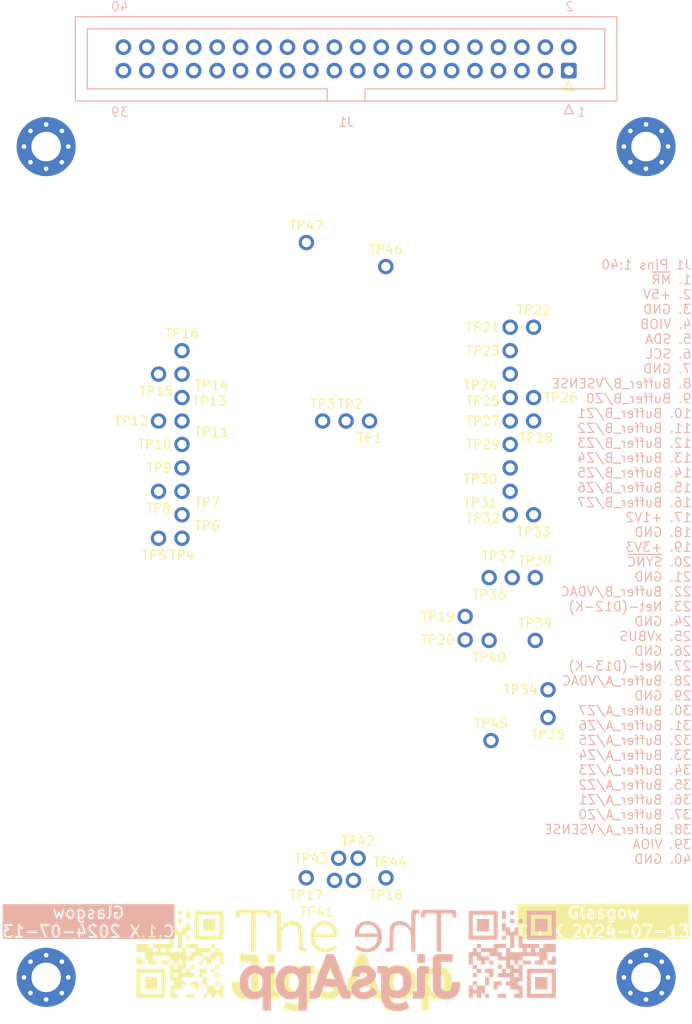
<source format=kicad_pcb>
(kicad_pcb (version 20240108) (generator "pcbnew") (generator_version "8.0")
  (title_block (title "Glasgow") (date "2024-07-13") (rev "C.1.X") (company "Glasgow Embedded"))
  (layers (0 "F.Cu" signal) (31 "B.Cu" signal) (34 "B.Paste" user) (35 "F.Paste" user) (36 "B.SilkS" user "B.Silkscreen") (37 "F.SilkS" user "F.Silkscreen") (38 "B.Mask" user) (39 "F.Mask" user) (44 "Edge.Cuts" user))
  (net 0 "")
  (net 1 "+1V2")
  (net 2 "+3V3")
  (net 3 "+5V")
  (net 4 "Buffer_A/VDAC")
  (net 5 "Buffer_A/VSENSE")
  (net 6 "Buffer_A/Z0")
  (net 7 "Buffer_A/Z1")
  (net 8 "Buffer_A/Z2")
  (net 9 "Buffer_A/Z3")
  (net 10 "Buffer_A/Z4")
  (net 11 "Buffer_A/Z5")
  (net 12 "Buffer_A/Z6")
  (net 13 "Buffer_A/Z7")
  (net 14 "Buffer_B/VDAC")
  (net 15 "Buffer_B/VSENSE")
  (net 16 "Buffer_B/Z0")
  (net 17 "Buffer_B/Z1")
  (net 18 "Buffer_B/Z2")
  (net 19 "Buffer_B/Z3")
  (net 20 "Buffer_B/Z4")
  (net 21 "Buffer_B/Z5")
  (net 22 "Buffer_B/Z6")
  (net 23 "Buffer_B/Z7")
  (net 24 "GND")
  (net 25 "Net-(D12-K)")
  (net 26 "Net-(D13-K)")
  (net 27 "SCL")
  (net 28 "SDA")
  (net 29 "USB_N")
  (net 30 "USB_P")
  (net 31 "VIOA")
  (net 32 "VIOB")
  (net 33 "xVBUS")
  (net 34 "~{MR}")
  (net 35 "~{SYNC}")
  (footprint "TJA-Parts:R100-2W" (layer "F.Cu") (at 167.78 79.65)
    (property "Reference" "TP24" (at -3.212334 1.2065 0) (layer "F.SilkS"))
    (property "Value" "TP24")
    (pad "1" thru_hole circle (at 0 0) (size 1.67 1.67) (drill 1) (layers "*.Cu" "*.Mask") (net 17 "Buffer_B/Z1"))
  )
  (footprint "TJA-Parts:R100-2W" (layer "F.Cu") (at 171.88 113.85)
    (property "Reference" "TP34" (at -2.958334 0 0) (layer "F.SilkS"))
    (property "Value" "TP34")
    (pad "1" thru_hole circle (at 0 0) (size 1.67 1.67) (drill 1) (layers "*.Cu" "*.Mask") (net 24 "GND"))
  )
  (footprint "TJA-Parts:R100-2W" (layer "F.Cu") (at 167.78 92.35)
    (property "Reference" "TP31" (at -3.212334 1.2065 0) (layer "F.SilkS"))
    (property "Value" "TP31")
    (pad "1" thru_hole circle (at 0 0) (size 1.67 1.67) (drill 1) (layers "*.Cu" "*.Mask") (net 22 "Buffer_B/Z6"))
  )
  (footprint "tmpb78doxsu" (layer "F.Cu") (at 132 142.5)
    (property "Reference" "QR1" (hide yes))
    (property "Value" "QR" (hide yes))
  )
  (footprint "Mechanical:MountingHole_3.2mm_M3_Pad_Via_Paste" (layer "F.Cu") (at 117.5 55)
    (property "Reference" "MH1")
    (property "Value" "M3")
    (pad "1" thru_hole circle (at -2.4 0) (size 0.8 0.8) (drill 0.5) (layers "*.Cu" "*.Mask") (net 24 "GND"))
    (pad "1" thru_hole circle (at -1.697056 -1.697056) (size 0.8 0.8) (drill 0.5) (layers "*.Cu" "*.Mask") (net 24 "GND"))
    (pad "1" thru_hole circle (at -1.697056 1.697056) (size 0.8 0.8) (drill 0.5) (layers "*.Cu" "*.Mask") (net 24 "GND"))
    (pad "1" thru_hole circle (at 0 -2.4) (size 0.8 0.8) (drill 0.5) (layers "*.Cu" "*.Mask") (net 24 "GND"))
    (pad "1" thru_hole circle (at 0 0) (size 6.4 6.4) (drill 3.2) (layers "*.Cu" "*.Mask") (net 24 "GND"))
    (pad "1" thru_hole circle (at 0 2.4) (size 0.8 0.8) (drill 0.5) (layers "*.Cu" "*.Mask") (net 24 "GND"))
    (pad "1" thru_hole circle (at 1.697056 -1.697056) (size 0.8 0.8) (drill 0.5) (layers "*.Cu" "*.Mask") (net 24 "GND"))
    (pad "1" thru_hole circle (at 1.697056 1.697056) (size 0.8 0.8) (drill 0.5) (layers "*.Cu" "*.Mask") (net 24 "GND"))
    (pad "1" thru_hole circle (at 2.4 0) (size 0.8 0.8) (drill 0.5) (layers "*.Cu" "*.Mask") (net 24 "GND"))
  )
  (footprint "TJA-Parts:R100-2W" (layer "F.Cu") (at 129.68 84.73)
    (property "Reference" "TP12" (at -2.958334 0 0) (layer "F.SilkS"))
    (property "Value" "TP12")
    (pad "1" thru_hole circle (at 0 0) (size 1.67 1.67) (drill 1) (layers "*.Cu" "*.Mask") (net 24 "GND"))
  )
  (footprint "TJA-Parts:R100-2W" (layer "F.Cu") (at 147.46 84.729999)
    (property "Reference" "TP3" (at 0 -1.84825 0) (layer "F.SilkS"))
    (property "Value" "TP3")
    (pad "1" thru_hole circle (at 0 0) (size 1.67 1.67) (drill 1) (layers "*.Cu" "*.Mask") (net 26 "Net-(D13-K)"))
  )
  (footprint "TJA-Parts:R100-2W" (layer "F.Cu") (at 132.22 94.89)
    (property "Reference" "TP6" (at 2.736143 1.2065 0) (layer "F.SilkS"))
    (property "Value" "TP6")
    (pad "1" thru_hole circle (at 0 0) (size 1.67 1.67) (drill 1) (layers "*.Cu" "*.Mask") (net 6 "Buffer_A/Z0"))
  )
  (footprint "TJA-Parts:R100-2W" (layer "F.Cu") (at 162.9 105.899999)
    (property "Reference" "TP19" (at -2.958334 0 0) (layer "F.SilkS"))
    (property "Value" "TP19")
    (pad "1" thru_hole circle (at 0 0) (size 1.67 1.67) (drill 1) (layers "*.Cu" "*.Mask") (net 24 "GND"))
  )
  (footprint "TJA-Parts:R100-2W" (layer "F.Cu") (at 162.9 108.44)
    (property "Reference" "TP20" (at -2.958334 0 0) (layer "F.SilkS"))
    (property "Value" "TP20")
    (pad "1" thru_hole circle (at 0 0) (size 1.67 1.67) (drill 1) (layers "*.Cu" "*.Mask") (net 35 "~{SYNC}"))
  )
  (footprint "TJA-Parts:R100-2W" (layer "F.Cu") (at 151.3 132.1)
    (property "Reference" "TP42" (at 0 -1.84825 0) (layer "F.SilkS"))
    (property "Value" "TP42")
    (pad "1" thru_hole circle (at 0 0) (size 1.67 1.67) (drill 1) (layers "*.Cu" "*.Mask") (net 24 "GND"))
  )
  (footprint "TJA-Parts:R100-2W" (layer "F.Cu") (at 129.68 97.43)
    (property "Reference" "TP5" (at -0.4445 1.84825 0) (layer "F.SilkS"))
    (property "Value" "TP5")
    (pad "1" thru_hole circle (at 0 0) (size 1.67 1.67) (drill 1) (layers "*.Cu" "*.Mask") (net 31 "VIOA"))
  )
  (footprint "TJA-Parts:R100-2W" (layer "F.Cu") (at 132.22 79.65)
    (property "Reference" "TP14" (at 3.212333 1.2065 0) (layer "F.SilkS"))
    (property "Value" "TP14")
    (pad "1" thru_hole circle (at 0 0) (size 1.67 1.67) (drill 1) (layers "*.Cu" "*.Mask") (net 12 "Buffer_A/Z6"))
  )
  (footprint "TJA-Parts:R100-2W" (layer "F.Cu") (at 150 84.729999)
    (property "Reference" "TP2" (at 0.4445 -1.84825 0) (layer "F.SilkS"))
    (property "Value" "TP2")
    (pad "1" thru_hole circle (at 0 0) (size 1.67 1.67) (drill 1) (layers "*.Cu" "*.Mask") (net 25 "Net-(D12-K)"))
  )
  (footprint "TJA-Parts:R100-2W" (layer "F.Cu") (at 129.68 79.65)
    (property "Reference" "TP15" (at -0.254 1.84825 0) (layer "F.SilkS"))
    (property "Value" "TP15")
    (pad "1" thru_hole circle (at 0 0) (size 1.67 1.67) (drill 1) (layers "*.Cu" "*.Mask") (net 24 "GND"))
  )
  (footprint "TJA-SS-24x11" (layer "F.Cu") (at 150 142.5)
    (property "Reference" "LOGO2" (hide yes))
    (property "Value" "LOGO" (hide yes))
  )
  (footprint "TJA-Parts:R100-2W" (layer "F.Cu") (at 170.32 74.57)
    (property "Reference" "TP22" (at 0 -1.84825 0) (layer "F.SilkS"))
    (property "Value" "TP22")
    (pad "1" thru_hole circle (at 0 0) (size 1.67 1.67) (drill 1) (layers "*.Cu" "*.Mask") (net 32 "VIOB"))
  )
  (footprint "TJA-Parts:R100-2W" (layer "F.Cu") (at 132.22 92.35)
    (property "Reference" "TP7" (at 2.736143 1.2065 0) (layer "F.SilkS"))
    (property "Value" "TP7")
    (pad "1" thru_hole circle (at 0 0) (size 1.67 1.67) (drill 1) (layers "*.Cu" "*.Mask") (net 7 "Buffer_A/Z1"))
  )
  (footprint "TJA-Parts:R100-2W" (layer "F.Cu") (at 132.22 77.11)
    (property "Reference" "TP16" (at 0 -1.84825 0) (layer "F.SilkS"))
    (property "Value" "TP16")
    (pad "1" thru_hole circle (at 0 0) (size 1.67 1.67) (drill 1) (layers "*.Cu" "*.Mask") (net 13 "Buffer_A/Z7"))
  )
  (footprint "TJA-Parts:R100-2W" (layer "F.Cu") (at 167.78 82.19)
    (property "Reference" "TP25" (at -2.958334 0.381 0) (layer "F.SilkS"))
    (property "Value" "TP25")
    (pad "1" thru_hole circle (at 0 0) (size 1.67 1.67) (drill 1) (layers "*.Cu" "*.Mask") (net 18 "Buffer_B/Z2"))
  )
  (footprint "TJA-Parts:R100-2W" (layer "F.Cu") (at 132.22 84.73)
    (property "Reference" "TP11" (at 3.212333 1.2065 0) (layer "F.SilkS"))
    (property "Value" "TP11")
    (pad "1" thru_hole circle (at 0 0) (size 1.67 1.67) (drill 1) (layers "*.Cu" "*.Mask") (net 10 "Buffer_A/Z4"))
  )
  (footprint "TJA-Parts:R100-2W" (layer "F.Cu") (at 132.22 97.43)
    (property "Reference" "TP4" (at 0 1.84825 0) (layer "F.SilkS"))
    (property "Value" "TP4")
    (pad "1" thru_hole circle (at 0 0) (size 1.67 1.67) (drill 1) (layers "*.Cu" "*.Mask") (net 5 "Buffer_A/VSENSE"))
  )
  (footprint "Mechanical:MountingHole_3.2mm_M3_Pad_Via_Paste" (layer "F.Cu") (at 117.5 145)
    (property "Reference" "MH3")
    (property "Value" "M3")
    (pad "1" thru_hole circle (at -2.4 0) (size 0.8 0.8) (drill 0.5) (layers "*.Cu" "*.Mask") (net 24 "GND"))
    (pad "1" thru_hole circle (at -1.697056 -1.697056) (size 0.8 0.8) (drill 0.5) (layers "*.Cu" "*.Mask") (net 24 "GND"))
    (pad "1" thru_hole circle (at -1.697056 1.697056) (size 0.8 0.8) (drill 0.5) (layers "*.Cu" "*.Mask") (net 24 "GND"))
    (pad "1" thru_hole circle (at 0 -2.4) (size 0.8 0.8) (drill 0.5) (layers "*.Cu" "*.Mask") (net 24 "GND"))
    (pad "1" thru_hole circle (at 0 0) (size 6.4 6.4) (drill 3.2) (layers "*.Cu" "*.Mask") (net 24 "GND"))
    (pad "1" thru_hole circle (at 0 2.4) (size 0.8 0.8) (drill 0.5) (layers "*.Cu" "*.Mask") (net 24 "GND"))
    (pad "1" thru_hole circle (at 1.697056 -1.697056) (size 0.8 0.8) (drill 0.5) (layers "*.Cu" "*.Mask") (net 24 "GND"))
    (pad "1" thru_hole circle (at 1.697056 1.697056) (size 0.8 0.8) (drill 0.5) (layers "*.Cu" "*.Mask") (net 24 "GND"))
    (pad "1" thru_hole circle (at 2.4 0) (size 0.8 0.8) (drill 0.5) (layers "*.Cu" "*.Mask") (net 24 "GND"))
  )
  (footprint "TJA-Parts:R100-2W" (layer "F.Cu") (at 167.78 94.89)
    (property "Reference" "TP32" (at -2.958334 0.381 0) (layer "F.SilkS"))
    (property "Value" "TP32")
    (pad "1" thru_hole circle (at 0 0) (size 1.67 1.67) (drill 1) (layers "*.Cu" "*.Mask") (net 23 "Buffer_B/Z7"))
  )
  (footprint "TJA-Parts:R100-2W" (layer "F.Cu") (at 132.22 87.27)
    (property "Reference" "TP10" (at -2.958334 0 0) (layer "F.SilkS"))
    (property "Value" "TP10")
    (pad "1" thru_hole circle (at 0 0) (size 1.67 1.67) (drill 1) (layers "*.Cu" "*.Mask") (net 9 "Buffer_A/Z3"))
  )
  (footprint "TJA-Parts:R100-2W" (layer "F.Cu") (at 149.2 132.1)
    (property "Reference" "TP43" (at -2.958334 0 0) (layer "F.SilkS"))
    (property "Value" "TP43")
    (pad "1" thru_hole circle (at 0 0) (size 1.67 1.67) (drill 1) (layers "*.Cu" "*.Mask") (net 29 "USB_N"))
  )
  (footprint "TJA-Parts:R100-2W" (layer "F.Cu") (at 170.5 101.7)
    (property "Reference" "TP38" (at 0 -1.84825 0) (layer "F.SilkS"))
    (property "Value" "TP38")
    (pad "1" thru_hole circle (at 0 0) (size 1.67 1.67) (drill 1) (layers "*.Cu" "*.Mask") (net 28 "SDA"))
  )
  (footprint "TJA-Parts:R100-2W" (layer "F.Cu") (at 168 101.7)
    (property "Reference" "TP37" (at -1.4605 -2.35625 0) (layer "F.SilkS"))
    (property "Value" "TP37")
    (pad "1" thru_hole circle (at 0 0) (size 1.67 1.67) (drill 1) (layers "*.Cu" "*.Mask") (net 27 "SCL"))
  )
  (footprint "TJA-Parts:R100-2W" (layer "F.Cu") (at 129.68 92.35)
    (property "Reference" "TP8" (at 0 1.84825 0) (layer "F.SilkS"))
    (property "Value" "TP8")
    (pad "1" thru_hole circle (at 0 0) (size 1.67 1.67) (drill 1) (layers "*.Cu" "*.Mask") (net 24 "GND"))
  )
  (footprint "TJA-Parts:R100-2W" (layer "F.Cu") (at 148.75 134.5)
    (property "Reference" "TP41" (at -1.905 3.43575 0) (layer "F.SilkS"))
    (property "Value" "TP41")
    (pad "1" thru_hole circle (at 0 0) (size 1.67 1.67) (drill 1) (layers "*.Cu" "*.Mask") (net 33 "xVBUS"))
  )
  (footprint "TJA-Parts:R100-2W" (layer "F.Cu") (at 167.78 89.81)
    (property "Reference" "TP30" (at -3.212334 1.2065 0) (layer "F.SilkS"))
    (property "Value" "TP30")
    (pad "1" thru_hole circle (at 0 0) (size 1.67 1.67) (drill 1) (layers "*.Cu" "*.Mask") (net 21 "Buffer_B/Z5"))
  )
  (footprint "TJA-Parts:R100-2W" (layer "F.Cu") (at 170.32 94.89)
    (property "Reference" "TP33" (at 0 1.84825 0) (layer "F.SilkS"))
    (property "Value" "TP33")
    (pad "1" thru_hole circle (at 0 0) (size 1.67 1.67) (drill 1) (layers "*.Cu" "*.Mask") (net 24 "GND"))
  )
  (footprint "TJA-Parts:R100-2W" (layer "F.Cu") (at 132.22 89.81)
    (property "Reference" "TP9" (at -2.482143 0 0) (layer "F.SilkS"))
    (property "Value" "TP9")
    (pad "1" thru_hole circle (at 0 0) (size 1.67 1.67) (drill 1) (layers "*.Cu" "*.Mask") (net 8 "Buffer_A/Z2"))
  )
  (footprint "TJA-Parts:R100-2W" (layer "F.Cu") (at 167.78 84.729999)
    (property "Reference" "TP27" (at -2.958334 0 0) (layer "F.SilkS"))
    (property "Value" "TP27")
    (pad "1" thru_hole circle (at 0 0) (size 1.67 1.67) (drill 1) (layers "*.Cu" "*.Mask") (net 19 "Buffer_B/Z3"))
  )
  (footprint "TJA-Parts:R100-2W" (layer "F.Cu") (at 145.68 134.22)
    (property "Reference" "TP17" (at 0 1.84825 0) (layer "F.SilkS"))
    (property "Value" "TP17")
    (pad "1" thru_hole circle (at 0 0) (size 1.67 1.67) (drill 1) (layers "*.Cu" "*.Mask") (net 24 "GND"))
  )
  (footprint "TJA-Parts:R100-2W" (layer "F.Cu") (at 150.8 134.5)
    (property "Reference" "TP44" (at 3.974333 -1.9685 0) (layer "F.SilkS"))
    (property "Value" "TP44")
    (pad "1" thru_hole circle (at 0 0) (size 1.67 1.67) (drill 1) (layers "*.Cu" "*.Mask") (net 30 "USB_P"))
  )
  (footprint "TJA-Parts:R100-2W" (layer "F.Cu") (at 165.5 101.7)
    (property "Reference" "TP36" (at 0 1.84825 0) (layer "F.SilkS"))
    (property "Value" "TP36")
    (pad "1" thru_hole circle (at 0 0) (size 1.67 1.67) (drill 1) (layers "*.Cu" "*.Mask") (net 24 "GND"))
  )
  (footprint "TJA-Parts:R100-2W" (layer "F.Cu") (at 152.54 84.729999)
    (property "Reference" "TP1" (at 0 1.84825 0) (layer "F.SilkS"))
    (property "Value" "TP1")
    (pad "1" thru_hole circle (at 0 0) (size 1.67 1.67) (drill 1) (layers "*.Cu" "*.Mask") (net 24 "GND"))
  )
  (footprint "TJA-Parts:R100-2W" (layer "F.Cu") (at 132.22 82.19)
    (property "Reference" "TP13" (at 2.958333 0.381 0) (layer "F.SilkS"))
    (property "Value" "TP13")
    (pad "1" thru_hole circle (at 0 0) (size 1.67 1.67) (drill 1) (layers "*.Cu" "*.Mask") (net 11 "Buffer_A/Z5"))
  )
  (footprint "TJA-Parts:R100-2W" (layer "F.Cu") (at 170.32 82.19)
    (property "Reference" "TP26" (at 2.958333 0 0) (layer "F.SilkS"))
    (property "Value" "TP26")
    (pad "1" thru_hole circle (at 0 0) (size 1.67 1.67) (drill 1) (layers "*.Cu" "*.Mask") (net 24 "GND"))
  )
  (footprint "TJA-Parts:R100-2W" (layer "F.Cu") (at 170.5 108.5)
    (property "Reference" "TP39" (at 0 -1.84825 0) (layer "F.SilkS"))
    (property "Value" "TP39")
    (pad "1" thru_hole circle (at 0 0) (size 1.67 1.67) (drill 1) (layers "*.Cu" "*.Mask") (net 3 "+5V"))
  )
  (footprint "tmp9db8qn8v" (layer "F.Cu") (at 150 95)
    (property "Reference" "BOARD" (hide yes))
    (property "Value" "BOARD" (hide yes))
    (fp_line (start -37.5 -55) (end -37.5 55) (stroke (width 0.00001)) (layer "Edge.Cuts"))
    (fp_line (start -37.5 55) (end 37.5 55) (stroke (width 0.00001)) (layer "Edge.Cuts"))
    (fp_line (start 37.5 -55) (end -37.5 -55) (stroke (width 0.00001)) (layer "Edge.Cuts"))
    (fp_line (start 37.5 55) (end 37.5 -55) (stroke (width 0.00001)) (layer "Edge.Cuts"))
  )
  (footprint "TJA-Parts:R100-2W" (layer "F.Cu") (at 171.88 116.85)
    (property "Reference" "TP35" (at 0 1.84825 0) (layer "F.SilkS"))
    (property "Value" "TP35")
    (pad "1" thru_hole circle (at 0 0) (size 1.67 1.67) (drill 1) (layers "*.Cu" "*.Mask") (net 34 "~{MR}"))
  )
  (footprint "TJA-Parts:R100-2W" (layer "F.Cu") (at 154.32 134.22)
    (property "Reference" "TP18" (at 0 1.84825 0) (layer "F.SilkS"))
    (property "Value" "TP18")
    (pad "1" thru_hole circle (at 0 0) (size 1.67 1.67) (drill 1) (layers "*.Cu" "*.Mask") (net 24 "GND"))
  )
  (footprint "Mechanical:MountingHole_3.2mm_M3_Pad_Via_Paste" (layer "F.Cu") (at 182.5 145)
    (property "Reference" "MH4")
    (property "Value" "M3")
    (pad "1" thru_hole circle (at -2.4 0) (size 0.8 0.8) (drill 0.5) (layers "*.Cu" "*.Mask") (net 24 "GND"))
    (pad "1" thru_hole circle (at -1.697056 -1.697056) (size 0.8 0.8) (drill 0.5) (layers "*.Cu" "*.Mask") (net 24 "GND"))
    (pad "1" thru_hole circle (at -1.697056 1.697056) (size 0.8 0.8) (drill 0.5) (layers "*.Cu" "*.Mask") (net 24 "GND"))
    (pad "1" thru_hole circle (at 0 -2.4) (size 0.8 0.8) (drill 0.5) (layers "*.Cu" "*.Mask") (net 24 "GND"))
    (pad "1" thru_hole circle (at 0 0) (size 6.4 6.4) (drill 3.2) (layers "*.Cu" "*.Mask") (net 24 "GND"))
    (pad "1" thru_hole circle (at 0 2.4) (size 0.8 0.8) (drill 0.5) (layers "*.Cu" "*.Mask") (net 24 "GND"))
    (pad "1" thru_hole circle (at 1.697056 -1.697056) (size 0.8 0.8) (drill 0.5) (layers "*.Cu" "*.Mask") (net 24 "GND"))
    (pad "1" thru_hole circle (at 1.697056 1.697056) (size 0.8 0.8) (drill 0.5) (layers "*.Cu" "*.Mask") (net 24 "GND"))
    (pad "1" thru_hole circle (at 2.4 0) (size 0.8 0.8) (drill 0.5) (layers "*.Cu" "*.Mask") (net 24 "GND"))
  )
  (footprint "TJA-Parts:R100-2W" (layer "F.Cu") (at 167.78 74.57)
    (property "Reference" "TP21" (at -2.958334 0 0) (layer "F.SilkS"))
    (property "Value" "TP21")
    (pad "1" thru_hole circle (at 0 0) (size 1.67 1.67) (drill 1) (layers "*.Cu" "*.Mask") (net 15 "Buffer_B/VSENSE"))
  )
  (footprint "TJA-Parts:R100-2W" (layer "F.Cu") (at 154.3 68)
    (property "Reference" "TP46" (at 0 -1.84825 0) (layer "F.SilkS"))
    (property "Value" "TP46")
    (pad "1" thru_hole circle (at 0 0) (size 1.67 1.67) (drill 1) (layers "*.Cu" "*.Mask") (net 14 "Buffer_B/VDAC"))
  )
  (footprint "TJA-Parts:R100-2W" (layer "F.Cu") (at 167.78 87.27)
    (property "Reference" "TP29" (at -2.958334 0 0) (layer "F.SilkS"))
    (property "Value" "TP29")
    (pad "1" thru_hole circle (at 0 0) (size 1.67 1.67) (drill 1) (layers "*.Cu" "*.Mask") (net 20 "Buffer_B/Z4"))
  )
  (footprint "TJA-Parts:R100-2W" (layer "F.Cu") (at 170.32 84.729999)
    (property "Reference" "TP28" (at 0.254 1.84825 0) (layer "F.SilkS"))
    (property "Value" "TP28")
    (pad "1" thru_hole circle (at 0 0) (size 1.67 1.67) (drill 1) (layers "*.Cu" "*.Mask") (net 24 "GND"))
  )
  (footprint "TJA-Parts:R100-2W" (layer "F.Cu") (at 165.7 119.35)
    (property "Reference" "TP45" (at 0 -1.84825 0) (layer "F.SilkS"))
    (property "Value" "TP45")
    (pad "1" thru_hole circle (at 0 0) (size 1.67 1.67) (drill 1) (layers "*.Cu" "*.Mask") (net 1 "+1V2"))
  )
  (footprint "Mechanical:MountingHole_3.2mm_M3_Pad_Via_Paste" (layer "F.Cu") (at 182.5 55)
    (property "Reference" "MH2")
    (property "Value" "M3")
    (pad "1" thru_hole circle (at -2.4 0) (size 0.8 0.8) (drill 0.5) (layers "*.Cu" "*.Mask") (net 24 "GND"))
    (pad "1" thru_hole circle (at -1.697056 -1.697056) (size 0.8 0.8) (drill 0.5) (layers "*.Cu" "*.Mask") (net 24 "GND"))
    (pad "1" thru_hole circle (at -1.697056 1.697056) (size 0.8 0.8) (drill 0.5) (layers "*.Cu" "*.Mask") (net 24 "GND"))
    (pad "1" thru_hole circle (at 0 -2.4) (size 0.8 0.8) (drill 0.5) (layers "*.Cu" "*.Mask") (net 24 "GND"))
    (pad "1" thru_hole circle (at 0 0) (size 6.4 6.4) (drill 3.2) (layers "*.Cu" "*.Mask") (net 24 "GND"))
    (pad "1" thru_hole circle (at 0 2.4) (size 0.8 0.8) (drill 0.5) (layers "*.Cu" "*.Mask") (net 24 "GND"))
    (pad "1" thru_hole circle (at 1.697056 -1.697056) (size 0.8 0.8) (drill 0.5) (layers "*.Cu" "*.Mask") (net 24 "GND"))
    (pad "1" thru_hole circle (at 1.697056 1.697056) (size 0.8 0.8) (drill 0.5) (layers "*.Cu" "*.Mask") (net 24 "GND"))
    (pad "1" thru_hole circle (at 2.4 0) (size 0.8 0.8) (drill 0.5) (layers "*.Cu" "*.Mask") (net 24 "GND"))
  )
  (footprint "TJA-Parts:R100-2W" (layer "F.Cu") (at 167.78 77.11)
    (property "Reference" "TP23" (at -2.958334 0 0) (layer "F.SilkS"))
    (property "Value" "TP23")
    (pad "1" thru_hole circle (at 0 0) (size 1.67 1.67) (drill 1) (layers "*.Cu" "*.Mask") (net 16 "Buffer_B/Z0"))
  )
  (footprint "TJA-Parts:R100-2W" (layer "F.Cu") (at 165.5 108.5)
    (property "Reference" "TP40" (at 0 1.84825 0) (layer "F.SilkS"))
    (property "Value" "TP40")
    (pad "1" thru_hole circle (at 0 0) (size 1.67 1.67) (drill 1) (layers "*.Cu" "*.Mask") (net 2 "+3V3"))
  )
  (footprint "TJA-Parts:R100-2W" (layer "F.Cu") (at 145.7 65.4)
    (property "Reference" "TP47" (at 0 -1.84825 0) (layer "F.SilkS"))
    (property "Value" "TP47")
    (pad "1" thru_hole circle (at 0 0) (size 1.67 1.67) (drill 1) (layers "*.Cu" "*.Mask") (net 4 "Buffer_A/VDAC"))
  )
  (footprint "TJA-Connectors:IDC-Header_2x20_P2.54mm_Vertical" (layer "B.Cu") (at 150 45.5 180)
    (property "Reference" "J1" (at 0 -6.85825 180) (layer "B.SilkS") (effects (justify mirror)))
    (property "Value" "Connector")
    (fp_text user "39" (at 23.495 -6.35 0) (layer "B.SilkS") (effects (font (thickness 0.1)) (justify left bottom mirror)))
    (fp_text user "40" (at 23.495 5.08 0) (layer "B.SilkS") (effects (font (thickness 0.1)) (justify left bottom mirror)))
    (fp_text user "1" (at -26.035 -6.35 0) (layer "B.SilkS") (effects (font (thickness 0.1)) (justify left bottom mirror)))
    (fp_text user "2" (at -24.765 5.08 0) (layer "B.SilkS") (effects (font (thickness 0.1)) (justify left bottom mirror)))
    (pad "1" thru_hole roundrect (at -24.13 -1.27 90) (size 1.7 1.7) (drill 1) (layers "*.Cu" "*.Mask") (roundrect_rratio 0.147059) (net 34 "~{MR}"))
    (pad "2" thru_hole circle (at -24.13 1.27 90) (size 1.7 1.7) (drill 1) (layers "*.Cu" "*.Mask") (net 3 "+5V"))
    (pad "3" thru_hole circle (at -21.59 -1.27 90) (size 1.7 1.7) (drill 1) (layers "*.Cu" "*.Mask") (net 24 "GND"))
    (pad "4" thru_hole circle (at -21.59 1.27 90) (size 1.7 1.7) (drill 1) (layers "*.Cu" "*.Mask") (net 32 "VIOB"))
    (pad "5" thru_hole circle (at -19.05 -1.27 90) (size 1.7 1.7) (drill 1) (layers "*.Cu" "*.Mask") (net 28 "SDA"))
    (pad "6" thru_hole circle (at -19.05 1.27 90) (size 1.7 1.7) (drill 1) (layers "*.Cu" "*.Mask") (net 27 "SCL"))
    (pad "7" thru_hole circle (at -16.51 -1.27 90) (size 1.7 1.7) (drill 1) (layers "*.Cu" "*.Mask") (net 24 "GND"))
    (pad "8" thru_hole circle (at -16.51 1.27 90) (size 1.7 1.7) (drill 1) (layers "*.Cu" "*.Mask") (net 15 "Buffer_B/VSENSE"))
    (pad "9" thru_hole circle (at -13.97 -1.27 90) (size 1.7 1.7) (drill 1) (layers "*.Cu" "*.Mask") (net 16 "Buffer_B/Z0"))
    (pad "10" thru_hole circle (at -13.97 1.27 90) (size 1.7 1.7) (drill 1) (layers "*.Cu" "*.Mask") (net 17 "Buffer_B/Z1"))
    (pad "11" thru_hole circle (at -11.43 -1.27 90) (size 1.7 1.7) (drill 1) (layers "*.Cu" "*.Mask") (net 18 "Buffer_B/Z2"))
    (pad "12" thru_hole circle (at -11.43 1.27 90) (size 1.7 1.7) (drill 1) (layers "*.Cu" "*.Mask") (net 19 "Buffer_B/Z3"))
    (pad "13" thru_hole circle (at -8.89 -1.27 90) (size 1.7 1.7) (drill 1) (layers "*.Cu" "*.Mask") (net 20 "Buffer_B/Z4"))
    (pad "14" thru_hole circle (at -8.89 1.27 90) (size 1.7 1.7) (drill 1) (layers "*.Cu" "*.Mask") (net 21 "Buffer_B/Z5"))
    (pad "15" thru_hole circle (at -6.35 -1.27 90) (size 1.7 1.7) (drill 1) (layers "*.Cu" "*.Mask") (net 22 "Buffer_B/Z6"))
    (pad "16" thru_hole circle (at -6.35 1.27 90) (size 1.7 1.7) (drill 1) (layers "*.Cu" "*.Mask") (net 23 "Buffer_B/Z7"))
    (pad "17" thru_hole circle (at -3.81 -1.27 90) (size 1.7 1.7) (drill 1) (layers "*.Cu" "*.Mask") (net 1 "+1V2"))
    (pad "18" thru_hole circle (at -3.81 1.27 90) (size 1.7 1.7) (drill 1) (layers "*.Cu" "*.Mask") (net 24 "GND"))
    (pad "19" thru_hole circle (at -1.27 -1.27 90) (size 1.7 1.7) (drill 1) (layers "*.Cu" "*.Mask") (net 2 "+3V3"))
    (pad "20" thru_hole circle (at -1.27 1.27 90) (size 1.7 1.7) (drill 1) (layers "*.Cu" "*.Mask") (net 35 "~{SYNC}"))
    (pad "21" thru_hole circle (at 1.27 -1.27 90) (size 1.7 1.7) (drill 1) (layers "*.Cu" "*.Mask") (net 24 "GND"))
    (pad "22" thru_hole circle (at 1.27 1.27 90) (size 1.7 1.7) (drill 1) (layers "*.Cu" "*.Mask") (net 14 "Buffer_B/VDAC"))
    (pad "23" thru_hole circle (at 3.81 -1.27 90) (size 1.7 1.7) (drill 1) (layers "*.Cu" "*.Mask") (net 25 "Net-(D12-K)"))
    (pad "24" thru_hole circle (at 3.81 1.27 90) (size 1.7 1.7) (drill 1) (layers "*.Cu" "*.Mask") (net 24 "GND"))
    (pad "25" thru_hole circle (at 6.35 -1.27 90) (size 1.7 1.7) (drill 1) (layers "*.Cu" "*.Mask") (net 33 "xVBUS"))
    (pad "26" thru_hole circle (at 6.35 1.27 90) (size 1.7 1.7) (drill 1) (layers "*.Cu" "*.Mask") (net 24 "GND"))
    (pad "27" thru_hole circle (at 8.89 -1.27 90) (size 1.7 1.7) (drill 1) (layers "*.Cu" "*.Mask") (net 26 "Net-(D13-K)"))
    (pad "28" thru_hole circle (at 8.89 1.27 90) (size 1.7 1.7) (drill 1) (layers "*.Cu" "*.Mask") (net 4 "Buffer_A/VDAC"))
    (pad "29" thru_hole circle (at 11.43 -1.27 90) (size 1.7 1.7) (drill 1) (layers "*.Cu" "*.Mask") (net 24 "GND"))
    (pad "30" thru_hole circle (at 11.43 1.27 90) (size 1.7 1.7) (drill 1) (layers "*.Cu" "*.Mask") (net 13 "Buffer_A/Z7"))
    (pad "31" thru_hole circle (at 13.97 -1.27 90) (size 1.7 1.7) (drill 1) (layers "*.Cu" "*.Mask") (net 12 "Buffer_A/Z6"))
    (pad "32" thru_hole circle (at 13.97 1.27 90) (size 1.7 1.7) (drill 1) (layers "*.Cu" "*.Mask") (net 11 "Buffer_A/Z5"))
    (pad "33" thru_hole circle (at 16.51 -1.27 90) (size 1.7 1.7) (drill 1) (layers "*.Cu" "*.Mask") (net 10 "Buffer_A/Z4"))
    (pad "34" thru_hole circle (at 16.51 1.27 90) (size 1.7 1.7) (drill 1) (layers "*.Cu" "*.Mask") (net 9 "Buffer_A/Z3"))
    (pad "35" thru_hole circle (at 19.05 -1.27 90) (size 1.7 1.7) (drill 1) (layers "*.Cu" "*.Mask") (net 8 "Buffer_A/Z2"))
    (pad "36" thru_hole circle (at 19.05 1.27 90) (size 1.7 1.7) (drill 1) (layers "*.Cu" "*.Mask") (net 7 "Buffer_A/Z1"))
    (pad "37" thru_hole circle (at 21.59 -1.27 90) (size 1.7 1.7) (drill 1) (layers "*.Cu" "*.Mask") (net 6 "Buffer_A/Z0"))
    (pad "38" thru_hole circle (at 21.59 1.27 90) (size 1.7 1.7) (drill 1) (layers "*.Cu" "*.Mask") (net 5 "Buffer_A/VSENSE"))
    (pad "39" thru_hole circle (at 24.13 -1.27 90) (size 1.7 1.7) (drill 1) (layers "*.Cu" "*.Mask") (net 31 "VIOA"))
    (pad "40" thru_hole circle (at 24.13 1.27 90) (size 1.7 1.7) (drill 1) (layers "*.Cu" "*.Mask") (net 24 "GND"))
  )
  (footprint "TJA-SS-24x11" (layer "B.Cu") (at 150 142.5 180)
    (property "Reference" "LOGO1" (hide yes))
    (property "Value" "LOGO" (hide yes))
  )
  (footprint "tmpb78doxsu" (layer "B.Cu") (at 168 142.5 180)
    (property "Reference" "QR2" (hide yes))
    (property "Value" "QR" (hide yes))
  )
  (gr_text "${TITLE}\n${REVISION} ${ISSUE_DATE}" (at 122.095808 139 0) (layer "B.SilkS" knockout) (effects (font (size 1.27 1.27)) (justify mirror)))
  (gr_text "J1 Pins 1:40\n1. ~{MR}\n2. +5V\n3. GND\n4. VIOB\n5. SDA\n6. SCL\n7. GND\n8. Buffer_B/VSENSE\n9. Buffer_B/Z0\n10. Buffer_B/Z1\n11. Buffer_B/Z2\n12. Buffer_B/Z3\n13. Buffer_B/Z4\n14. Buffer_B/Z5\n15. Buffer_B/Z6\n16. Buffer_B/Z7\n17. +1V2\n18. GND\n19. +3V3\n20. ~{SYNC}\n21. GND\n22. Buffer_B/VDAC\n23. Net-(D12-K)\n24. GND\n25. xVBUS\n26. GND\n27. Net-(D13-K)\n28. Buffer_A/VDAC\n29. GND\n30. Buffer_A/Z7\n31. Buffer_A/Z6\n32. Buffer_A/Z5\n33. Buffer_A/Z4\n34. Buffer_A/Z3\n35. Buffer_A/Z2\n36. Buffer_A/Z1\n37. Buffer_A/Z0\n38. Buffer_A/VSENSE\n39. VIOA\n40. GND" (at 187.5 100 0) (layer "B.SilkS") (effects (font (size 1 1) (thickness 0.000001)) (justify left mirror)))
  (gr_text "${TITLE}\n${REVISION} ${ISSUE_DATE}" (at 177.904191 139 0) (layer "F.SilkS" knockout) (effects (font (size 1.27 1.27))))
)
</source>
